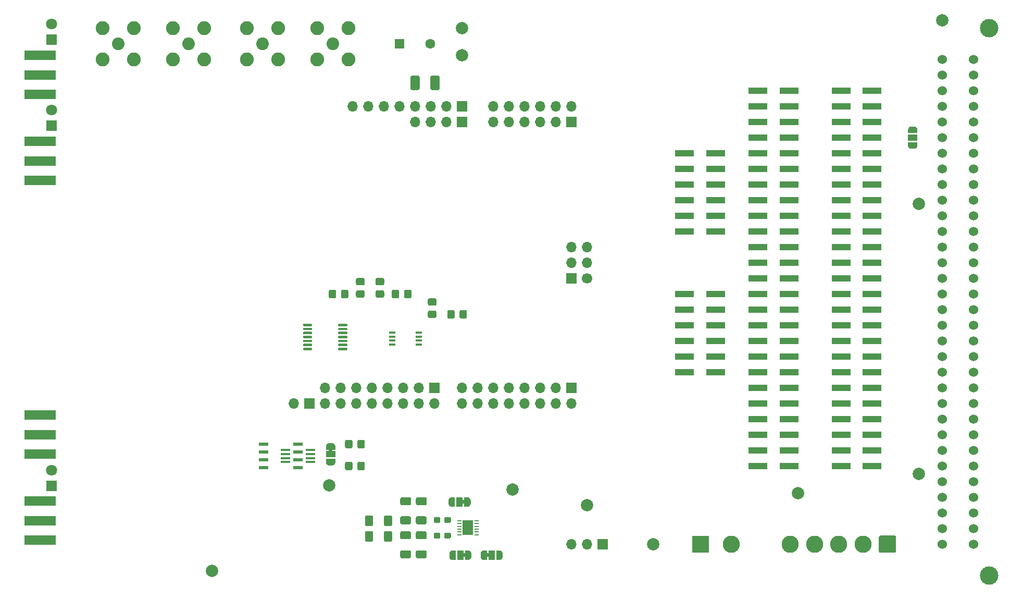
<source format=gts>
G04 #@! TF.GenerationSoftware,KiCad,Pcbnew,5.1.12-84ad8e8a86~92~ubuntu18.04.1*
G04 #@! TF.CreationDate,2025-07-17T12:35:45+02:00*
G04 #@! TF.ProjectId,FPGA_buffer_board,46504741-5f62-4756-9666-65725f626f61,1.1*
G04 #@! TF.SameCoordinates,Original*
G04 #@! TF.FileFunction,Soldermask,Top*
G04 #@! TF.FilePolarity,Negative*
%FSLAX46Y46*%
G04 Gerber Fmt 4.6, Leading zero omitted, Abs format (unit mm)*
G04 Created by KiCad (PCBNEW 5.1.12-84ad8e8a86~92~ubuntu18.04.1) date 2025-07-17 12:35:45*
%MOMM*%
%LPD*%
G01*
G04 APERTURE LIST*
%ADD10C,2.800000*%
%ADD11C,1.800000*%
%ADD12R,1.800000X1.800000*%
%ADD13R,1.520000X0.600000*%
%ADD14R,1.524000X0.450000*%
%ADD15R,1.660000X2.380000*%
%ADD16R,0.700000X0.250000*%
%ADD17O,1.700000X1.700000*%
%ADD18R,1.700000X1.700000*%
%ADD19R,3.150000X1.000000*%
%ADD20C,0.100000*%
%ADD21R,1.000000X1.500000*%
%ADD22R,1.600000X1.600000*%
%ADD23C,1.600000*%
%ADD24R,1.500000X1.000000*%
%ADD25R,5.080000X1.500000*%
%ADD26R,2.800000X2.800000*%
%ADD27C,1.700000*%
%ADD28C,1.524000*%
%ADD29C,3.000000*%
%ADD30C,2.050000*%
%ADD31C,2.250000*%
%ADD32R,1.100000X0.400000*%
%ADD33C,2.000000*%
G04 APERTURE END LIST*
G36*
G01*
X231235000Y-138560400D02*
X231235000Y-140839600D01*
G75*
G02*
X230974600Y-141100000I-260400J0D01*
G01*
X228695400Y-141100000D01*
G75*
G02*
X228435000Y-140839600I0J260400D01*
G01*
X228435000Y-138560400D01*
G75*
G02*
X228695400Y-138300000I260400J0D01*
G01*
X230974600Y-138300000D01*
G75*
G02*
X231235000Y-138560400I0J-260400D01*
G01*
G37*
D10*
X225875000Y-139700000D03*
X221915000Y-139700000D03*
X217955000Y-139700000D03*
X213995000Y-139700000D03*
D11*
X94000000Y-127710000D03*
D12*
X94000000Y-130250000D03*
D11*
X94000000Y-69210000D03*
D12*
X94000000Y-71750000D03*
D11*
X94000000Y-55250000D03*
D12*
X94000000Y-57790000D03*
D13*
X133968000Y-123470000D03*
X133968000Y-124740000D03*
X133968000Y-126010000D03*
X133968000Y-127280000D03*
X128380000Y-127280000D03*
X128380000Y-126010000D03*
X128380000Y-123470000D03*
X128380000Y-124740000D03*
D14*
X136000000Y-126350000D03*
X136000000Y-125700000D03*
X136000000Y-125050000D03*
X136000000Y-124400000D03*
X131936000Y-125700000D03*
X131936000Y-125050000D03*
X131936000Y-126350000D03*
X131936000Y-124400000D03*
D15*
X161610000Y-137030000D03*
D16*
X163010000Y-135905000D03*
X163010000Y-136355000D03*
X163010000Y-136805000D03*
X163010000Y-137255000D03*
X163010000Y-137705000D03*
X163010000Y-138155000D03*
X160210000Y-138155000D03*
X160210000Y-137705000D03*
X160210000Y-137255000D03*
X160210000Y-136805000D03*
X160210000Y-136355000D03*
X160210000Y-135905000D03*
D17*
X165735000Y-68580000D03*
X165735000Y-71120000D03*
X168275000Y-68580000D03*
X168275000Y-71120000D03*
X170815000Y-68580000D03*
X170815000Y-71120000D03*
X173355000Y-68580000D03*
X173355000Y-71120000D03*
X175895000Y-68580000D03*
X175895000Y-71120000D03*
X178435000Y-68580000D03*
D18*
X178435000Y-71120000D03*
D19*
X201900000Y-88900000D03*
X196850000Y-88900000D03*
X201900000Y-86360000D03*
X196850000Y-86360000D03*
X201900000Y-83820000D03*
X196850000Y-83820000D03*
X201900000Y-81280000D03*
X196850000Y-81280000D03*
X201900000Y-78740000D03*
X196850000Y-78740000D03*
X201900000Y-76200000D03*
X196850000Y-76200000D03*
D20*
G36*
X161024000Y-133142000D02*
G01*
X160674000Y-133142000D01*
X160674000Y-132542000D01*
X161024000Y-132542000D01*
X161024000Y-132092000D01*
X161574000Y-132092000D01*
X161574000Y-132092602D01*
X161598534Y-132092602D01*
X161647365Y-132097412D01*
X161695490Y-132106984D01*
X161742445Y-132121228D01*
X161787778Y-132140005D01*
X161831051Y-132163136D01*
X161871850Y-132190396D01*
X161909779Y-132221524D01*
X161944476Y-132256221D01*
X161975604Y-132294150D01*
X162002864Y-132334949D01*
X162025995Y-132378222D01*
X162044772Y-132423555D01*
X162059016Y-132470510D01*
X162068588Y-132518635D01*
X162073398Y-132567466D01*
X162073398Y-132592000D01*
X162074000Y-132592000D01*
X162074000Y-133092000D01*
X162073398Y-133092000D01*
X162073398Y-133116534D01*
X162068588Y-133165365D01*
X162059016Y-133213490D01*
X162044772Y-133260445D01*
X162025995Y-133305778D01*
X162002864Y-133349051D01*
X161975604Y-133389850D01*
X161944476Y-133427779D01*
X161909779Y-133462476D01*
X161871850Y-133493604D01*
X161831051Y-133520864D01*
X161787778Y-133543995D01*
X161742445Y-133562772D01*
X161695490Y-133577016D01*
X161647365Y-133586588D01*
X161598534Y-133591398D01*
X161574000Y-133591398D01*
X161574000Y-133592000D01*
X161024000Y-133592000D01*
X161024000Y-133142000D01*
G37*
G36*
X158974000Y-133591398D02*
G01*
X158949466Y-133591398D01*
X158900635Y-133586588D01*
X158852510Y-133577016D01*
X158805555Y-133562772D01*
X158760222Y-133543995D01*
X158716949Y-133520864D01*
X158676150Y-133493604D01*
X158638221Y-133462476D01*
X158603524Y-133427779D01*
X158572396Y-133389850D01*
X158545136Y-133349051D01*
X158522005Y-133305778D01*
X158503228Y-133260445D01*
X158488984Y-133213490D01*
X158479412Y-133165365D01*
X158474602Y-133116534D01*
X158474602Y-133092000D01*
X158474000Y-133092000D01*
X158474000Y-132592000D01*
X158474602Y-132592000D01*
X158474602Y-132567466D01*
X158479412Y-132518635D01*
X158488984Y-132470510D01*
X158503228Y-132423555D01*
X158522005Y-132378222D01*
X158545136Y-132334949D01*
X158572396Y-132294150D01*
X158603524Y-132256221D01*
X158638221Y-132221524D01*
X158676150Y-132190396D01*
X158716949Y-132163136D01*
X158760222Y-132140005D01*
X158805555Y-132121228D01*
X158852510Y-132106984D01*
X158900635Y-132097412D01*
X158949466Y-132092602D01*
X158974000Y-132092602D01*
X158974000Y-132092000D01*
X159524000Y-132092000D01*
X159524000Y-133592000D01*
X158974000Y-133592000D01*
X158974000Y-133591398D01*
G37*
D21*
X160274000Y-132842000D03*
D22*
X150495000Y-58420000D03*
D23*
X155495000Y-58420000D03*
D21*
X160401000Y-141478000D03*
D20*
G36*
X159101000Y-142227398D02*
G01*
X159076466Y-142227398D01*
X159027635Y-142222588D01*
X158979510Y-142213016D01*
X158932555Y-142198772D01*
X158887222Y-142179995D01*
X158843949Y-142156864D01*
X158803150Y-142129604D01*
X158765221Y-142098476D01*
X158730524Y-142063779D01*
X158699396Y-142025850D01*
X158672136Y-141985051D01*
X158649005Y-141941778D01*
X158630228Y-141896445D01*
X158615984Y-141849490D01*
X158606412Y-141801365D01*
X158601602Y-141752534D01*
X158601602Y-141728000D01*
X158601000Y-141728000D01*
X158601000Y-141228000D01*
X158601602Y-141228000D01*
X158601602Y-141203466D01*
X158606412Y-141154635D01*
X158615984Y-141106510D01*
X158630228Y-141059555D01*
X158649005Y-141014222D01*
X158672136Y-140970949D01*
X158699396Y-140930150D01*
X158730524Y-140892221D01*
X158765221Y-140857524D01*
X158803150Y-140826396D01*
X158843949Y-140799136D01*
X158887222Y-140776005D01*
X158932555Y-140757228D01*
X158979510Y-140742984D01*
X159027635Y-140733412D01*
X159076466Y-140728602D01*
X159101000Y-140728602D01*
X159101000Y-140728000D01*
X159651000Y-140728000D01*
X159651000Y-142228000D01*
X159101000Y-142228000D01*
X159101000Y-142227398D01*
G37*
G36*
X161151000Y-141778000D02*
G01*
X160801000Y-141778000D01*
X160801000Y-141178000D01*
X161151000Y-141178000D01*
X161151000Y-140728000D01*
X161701000Y-140728000D01*
X161701000Y-140728602D01*
X161725534Y-140728602D01*
X161774365Y-140733412D01*
X161822490Y-140742984D01*
X161869445Y-140757228D01*
X161914778Y-140776005D01*
X161958051Y-140799136D01*
X161998850Y-140826396D01*
X162036779Y-140857524D01*
X162071476Y-140892221D01*
X162102604Y-140930150D01*
X162129864Y-140970949D01*
X162152995Y-141014222D01*
X162171772Y-141059555D01*
X162186016Y-141106510D01*
X162195588Y-141154635D01*
X162200398Y-141203466D01*
X162200398Y-141228000D01*
X162201000Y-141228000D01*
X162201000Y-141728000D01*
X162200398Y-141728000D01*
X162200398Y-141752534D01*
X162195588Y-141801365D01*
X162186016Y-141849490D01*
X162171772Y-141896445D01*
X162152995Y-141941778D01*
X162129864Y-141985051D01*
X162102604Y-142025850D01*
X162071476Y-142063779D01*
X162036779Y-142098476D01*
X161998850Y-142129604D01*
X161958051Y-142156864D01*
X161914778Y-142179995D01*
X161869445Y-142198772D01*
X161822490Y-142213016D01*
X161774365Y-142222588D01*
X161725534Y-142227398D01*
X161701000Y-142227398D01*
X161701000Y-142228000D01*
X161151000Y-142228000D01*
X161151000Y-141778000D01*
G37*
G36*
X164731000Y-141178000D02*
G01*
X165081000Y-141178000D01*
X165081000Y-141778000D01*
X164731000Y-141778000D01*
X164731000Y-142228000D01*
X164181000Y-142228000D01*
X164181000Y-142227398D01*
X164156466Y-142227398D01*
X164107635Y-142222588D01*
X164059510Y-142213016D01*
X164012555Y-142198772D01*
X163967222Y-142179995D01*
X163923949Y-142156864D01*
X163883150Y-142129604D01*
X163845221Y-142098476D01*
X163810524Y-142063779D01*
X163779396Y-142025850D01*
X163752136Y-141985051D01*
X163729005Y-141941778D01*
X163710228Y-141896445D01*
X163695984Y-141849490D01*
X163686412Y-141801365D01*
X163681602Y-141752534D01*
X163681602Y-141728000D01*
X163681000Y-141728000D01*
X163681000Y-141228000D01*
X163681602Y-141228000D01*
X163681602Y-141203466D01*
X163686412Y-141154635D01*
X163695984Y-141106510D01*
X163710228Y-141059555D01*
X163729005Y-141014222D01*
X163752136Y-140970949D01*
X163779396Y-140930150D01*
X163810524Y-140892221D01*
X163845221Y-140857524D01*
X163883150Y-140826396D01*
X163923949Y-140799136D01*
X163967222Y-140776005D01*
X164012555Y-140757228D01*
X164059510Y-140742984D01*
X164107635Y-140733412D01*
X164156466Y-140728602D01*
X164181000Y-140728602D01*
X164181000Y-140728000D01*
X164731000Y-140728000D01*
X164731000Y-141178000D01*
G37*
G36*
X166781000Y-140728602D02*
G01*
X166805534Y-140728602D01*
X166854365Y-140733412D01*
X166902490Y-140742984D01*
X166949445Y-140757228D01*
X166994778Y-140776005D01*
X167038051Y-140799136D01*
X167078850Y-140826396D01*
X167116779Y-140857524D01*
X167151476Y-140892221D01*
X167182604Y-140930150D01*
X167209864Y-140970949D01*
X167232995Y-141014222D01*
X167251772Y-141059555D01*
X167266016Y-141106510D01*
X167275588Y-141154635D01*
X167280398Y-141203466D01*
X167280398Y-141228000D01*
X167281000Y-141228000D01*
X167281000Y-141728000D01*
X167280398Y-141728000D01*
X167280398Y-141752534D01*
X167275588Y-141801365D01*
X167266016Y-141849490D01*
X167251772Y-141896445D01*
X167232995Y-141941778D01*
X167209864Y-141985051D01*
X167182604Y-142025850D01*
X167151476Y-142063779D01*
X167116779Y-142098476D01*
X167078850Y-142129604D01*
X167038051Y-142156864D01*
X166994778Y-142179995D01*
X166949445Y-142198772D01*
X166902490Y-142213016D01*
X166854365Y-142222588D01*
X166805534Y-142227398D01*
X166781000Y-142227398D01*
X166781000Y-142228000D01*
X166231000Y-142228000D01*
X166231000Y-140728000D01*
X166781000Y-140728000D01*
X166781000Y-140728602D01*
G37*
D21*
X165481000Y-141478000D03*
D20*
G36*
X139619000Y-124345000D02*
G01*
X139619000Y-124695000D01*
X139019000Y-124695000D01*
X139019000Y-124345000D01*
X138569000Y-124345000D01*
X138569000Y-123795000D01*
X138569602Y-123795000D01*
X138569602Y-123770466D01*
X138574412Y-123721635D01*
X138583984Y-123673510D01*
X138598228Y-123626555D01*
X138617005Y-123581222D01*
X138640136Y-123537949D01*
X138667396Y-123497150D01*
X138698524Y-123459221D01*
X138733221Y-123424524D01*
X138771150Y-123393396D01*
X138811949Y-123366136D01*
X138855222Y-123343005D01*
X138900555Y-123324228D01*
X138947510Y-123309984D01*
X138995635Y-123300412D01*
X139044466Y-123295602D01*
X139069000Y-123295602D01*
X139069000Y-123295000D01*
X139569000Y-123295000D01*
X139569000Y-123295602D01*
X139593534Y-123295602D01*
X139642365Y-123300412D01*
X139690490Y-123309984D01*
X139737445Y-123324228D01*
X139782778Y-123343005D01*
X139826051Y-123366136D01*
X139866850Y-123393396D01*
X139904779Y-123424524D01*
X139939476Y-123459221D01*
X139970604Y-123497150D01*
X139997864Y-123537949D01*
X140020995Y-123581222D01*
X140039772Y-123626555D01*
X140054016Y-123673510D01*
X140063588Y-123721635D01*
X140068398Y-123770466D01*
X140068398Y-123795000D01*
X140069000Y-123795000D01*
X140069000Y-124345000D01*
X139619000Y-124345000D01*
G37*
G36*
X140068398Y-126395000D02*
G01*
X140068398Y-126419534D01*
X140063588Y-126468365D01*
X140054016Y-126516490D01*
X140039772Y-126563445D01*
X140020995Y-126608778D01*
X139997864Y-126652051D01*
X139970604Y-126692850D01*
X139939476Y-126730779D01*
X139904779Y-126765476D01*
X139866850Y-126796604D01*
X139826051Y-126823864D01*
X139782778Y-126846995D01*
X139737445Y-126865772D01*
X139690490Y-126880016D01*
X139642365Y-126889588D01*
X139593534Y-126894398D01*
X139569000Y-126894398D01*
X139569000Y-126895000D01*
X139069000Y-126895000D01*
X139069000Y-126894398D01*
X139044466Y-126894398D01*
X138995635Y-126889588D01*
X138947510Y-126880016D01*
X138900555Y-126865772D01*
X138855222Y-126846995D01*
X138811949Y-126823864D01*
X138771150Y-126796604D01*
X138733221Y-126765476D01*
X138698524Y-126730779D01*
X138667396Y-126692850D01*
X138640136Y-126652051D01*
X138617005Y-126608778D01*
X138598228Y-126563445D01*
X138583984Y-126516490D01*
X138574412Y-126468365D01*
X138569602Y-126419534D01*
X138569602Y-126395000D01*
X138569000Y-126395000D01*
X138569000Y-125845000D01*
X140069000Y-125845000D01*
X140069000Y-126395000D01*
X140068398Y-126395000D01*
G37*
D24*
X139319000Y-125095000D03*
D18*
X183515000Y-139700000D03*
D17*
X180975000Y-139700000D03*
X178435000Y-139700000D03*
G36*
G01*
X152285000Y-65695000D02*
X152285000Y-63845000D01*
G75*
G02*
X152535000Y-63595000I250000J0D01*
G01*
X153535000Y-63595000D01*
G75*
G02*
X153785000Y-63845000I0J-250000D01*
G01*
X153785000Y-65695000D01*
G75*
G02*
X153535000Y-65945000I-250000J0D01*
G01*
X152535000Y-65945000D01*
G75*
G02*
X152285000Y-65695000I0J250000D01*
G01*
G37*
G36*
G01*
X155535000Y-65695000D02*
X155535000Y-63845000D01*
G75*
G02*
X155785000Y-63595000I250000J0D01*
G01*
X156785000Y-63595000D01*
G75*
G02*
X157035000Y-63845000I0J-250000D01*
G01*
X157035000Y-65695000D01*
G75*
G02*
X156785000Y-65945000I-250000J0D01*
G01*
X155785000Y-65945000D01*
G75*
G02*
X155535000Y-65695000I0J250000D01*
G01*
G37*
D19*
X196850000Y-99060000D03*
X201900000Y-99060000D03*
X196850000Y-101600000D03*
X201900000Y-101600000D03*
X196850000Y-104140000D03*
X201900000Y-104140000D03*
X196850000Y-106680000D03*
X201900000Y-106680000D03*
X196850000Y-109220000D03*
X201900000Y-109220000D03*
X196850000Y-111760000D03*
X201900000Y-111760000D03*
D25*
X92075000Y-132715000D03*
X92075000Y-139065000D03*
X92075000Y-135890000D03*
X92075000Y-121920000D03*
X92075000Y-125095000D03*
X92075000Y-118745000D03*
D26*
X199470000Y-139700000D03*
D10*
X204470000Y-139700000D03*
D20*
G36*
X233184602Y-72360000D02*
G01*
X233184602Y-72335466D01*
X233189412Y-72286635D01*
X233198984Y-72238510D01*
X233213228Y-72191555D01*
X233232005Y-72146222D01*
X233255136Y-72102949D01*
X233282396Y-72062150D01*
X233313524Y-72024221D01*
X233348221Y-71989524D01*
X233386150Y-71958396D01*
X233426949Y-71931136D01*
X233470222Y-71908005D01*
X233515555Y-71889228D01*
X233562510Y-71874984D01*
X233610635Y-71865412D01*
X233659466Y-71860602D01*
X233684000Y-71860602D01*
X233684000Y-71860000D01*
X234184000Y-71860000D01*
X234184000Y-71860602D01*
X234208534Y-71860602D01*
X234257365Y-71865412D01*
X234305490Y-71874984D01*
X234352445Y-71889228D01*
X234397778Y-71908005D01*
X234441051Y-71931136D01*
X234481850Y-71958396D01*
X234519779Y-71989524D01*
X234554476Y-72024221D01*
X234585604Y-72062150D01*
X234612864Y-72102949D01*
X234635995Y-72146222D01*
X234654772Y-72191555D01*
X234669016Y-72238510D01*
X234678588Y-72286635D01*
X234683398Y-72335466D01*
X234683398Y-72360000D01*
X234684000Y-72360000D01*
X234684000Y-72910000D01*
X233184000Y-72910000D01*
X233184000Y-72360000D01*
X233184602Y-72360000D01*
G37*
D24*
X233934000Y-73660000D03*
D20*
G36*
X234684000Y-74410000D02*
G01*
X234684000Y-74960000D01*
X234683398Y-74960000D01*
X234683398Y-74984534D01*
X234678588Y-75033365D01*
X234669016Y-75081490D01*
X234654772Y-75128445D01*
X234635995Y-75173778D01*
X234612864Y-75217051D01*
X234585604Y-75257850D01*
X234554476Y-75295779D01*
X234519779Y-75330476D01*
X234481850Y-75361604D01*
X234441051Y-75388864D01*
X234397778Y-75411995D01*
X234352445Y-75430772D01*
X234305490Y-75445016D01*
X234257365Y-75454588D01*
X234208534Y-75459398D01*
X234184000Y-75459398D01*
X234184000Y-75460000D01*
X233684000Y-75460000D01*
X233684000Y-75459398D01*
X233659466Y-75459398D01*
X233610635Y-75454588D01*
X233562510Y-75445016D01*
X233515555Y-75430772D01*
X233470222Y-75411995D01*
X233426949Y-75388864D01*
X233386150Y-75361604D01*
X233348221Y-75330476D01*
X233313524Y-75295779D01*
X233282396Y-75257850D01*
X233255136Y-75217051D01*
X233232005Y-75173778D01*
X233213228Y-75128445D01*
X233198984Y-75081490D01*
X233189412Y-75033365D01*
X233184602Y-74984534D01*
X233184602Y-74960000D01*
X233184000Y-74960000D01*
X233184000Y-74410000D01*
X234684000Y-74410000D01*
G37*
G36*
G01*
X158866000Y-135525500D02*
X158866000Y-136000500D01*
G75*
G02*
X158628500Y-136238000I-237500J0D01*
G01*
X158028500Y-136238000D01*
G75*
G02*
X157791000Y-136000500I0J237500D01*
G01*
X157791000Y-135525500D01*
G75*
G02*
X158028500Y-135288000I237500J0D01*
G01*
X158628500Y-135288000D01*
G75*
G02*
X158866000Y-135525500I0J-237500D01*
G01*
G37*
G36*
G01*
X157141000Y-135525500D02*
X157141000Y-136000500D01*
G75*
G02*
X156903500Y-136238000I-237500J0D01*
G01*
X156303500Y-136238000D01*
G75*
G02*
X156066000Y-136000500I0J237500D01*
G01*
X156066000Y-135525500D01*
G75*
G02*
X156303500Y-135288000I237500J0D01*
G01*
X156903500Y-135288000D01*
G75*
G02*
X157141000Y-135525500I0J-237500D01*
G01*
G37*
G36*
G01*
X157141000Y-138065500D02*
X157141000Y-138540500D01*
G75*
G02*
X156903500Y-138778000I-237500J0D01*
G01*
X156303500Y-138778000D01*
G75*
G02*
X156066000Y-138540500I0J237500D01*
G01*
X156066000Y-138065500D01*
G75*
G02*
X156303500Y-137828000I237500J0D01*
G01*
X156903500Y-137828000D01*
G75*
G02*
X157141000Y-138065500I0J-237500D01*
G01*
G37*
G36*
G01*
X158866000Y-138065500D02*
X158866000Y-138540500D01*
G75*
G02*
X158628500Y-138778000I-237500J0D01*
G01*
X158028500Y-138778000D01*
G75*
G02*
X157791000Y-138540500I0J237500D01*
G01*
X157791000Y-138065500D01*
G75*
G02*
X158028500Y-137828000I237500J0D01*
G01*
X158628500Y-137828000D01*
G75*
G02*
X158866000Y-138065500I0J-237500D01*
G01*
G37*
D19*
X227330000Y-127000000D03*
X222280000Y-127000000D03*
X227330000Y-124460000D03*
X222280000Y-124460000D03*
X227330000Y-121920000D03*
X222280000Y-121920000D03*
X227330000Y-119380000D03*
X222280000Y-119380000D03*
X227330000Y-116840000D03*
X222280000Y-116840000D03*
X227330000Y-114300000D03*
X222280000Y-114300000D03*
X227330000Y-111760000D03*
X222280000Y-111760000D03*
X227330000Y-109220000D03*
X222280000Y-109220000D03*
X227330000Y-106680000D03*
X222280000Y-106680000D03*
X227330000Y-104140000D03*
X222280000Y-104140000D03*
X227330000Y-101600000D03*
X222280000Y-101600000D03*
X227330000Y-99060000D03*
X222280000Y-99060000D03*
X227330000Y-96520000D03*
X222280000Y-96520000D03*
X227330000Y-93980000D03*
X222280000Y-93980000D03*
X227330000Y-91440000D03*
X222280000Y-91440000D03*
X227330000Y-88900000D03*
X222280000Y-88900000D03*
X227330000Y-86360000D03*
X222280000Y-86360000D03*
X227330000Y-83820000D03*
X222280000Y-83820000D03*
X227330000Y-81280000D03*
X222280000Y-81280000D03*
X227330000Y-78740000D03*
X222280000Y-78740000D03*
X227330000Y-76200000D03*
X222280000Y-76200000D03*
X227330000Y-73660000D03*
X222280000Y-73660000D03*
X227330000Y-71120000D03*
X222280000Y-71120000D03*
X227330000Y-68580000D03*
X222280000Y-68580000D03*
X227330000Y-66040000D03*
X222280000Y-66040000D03*
X213838000Y-127000000D03*
X208788000Y-127000000D03*
X213838000Y-124460000D03*
X208788000Y-124460000D03*
X213838000Y-121920000D03*
X208788000Y-121920000D03*
X213838000Y-119380000D03*
X208788000Y-119380000D03*
X213838000Y-116840000D03*
X208788000Y-116840000D03*
X213838000Y-114300000D03*
X208788000Y-114300000D03*
X213838000Y-111760000D03*
X208788000Y-111760000D03*
X213838000Y-109220000D03*
X208788000Y-109220000D03*
X213838000Y-106680000D03*
X208788000Y-106680000D03*
X213838000Y-104140000D03*
X208788000Y-104140000D03*
X213838000Y-101600000D03*
X208788000Y-101600000D03*
X213838000Y-99060000D03*
X208788000Y-99060000D03*
X213838000Y-96520000D03*
X208788000Y-96520000D03*
X213838000Y-93980000D03*
X208788000Y-93980000D03*
X213838000Y-91440000D03*
X208788000Y-91440000D03*
X213838000Y-88900000D03*
X208788000Y-88900000D03*
X213838000Y-86360000D03*
X208788000Y-86360000D03*
X213838000Y-83820000D03*
X208788000Y-83820000D03*
X213838000Y-81280000D03*
X208788000Y-81280000D03*
X213838000Y-78740000D03*
X208788000Y-78740000D03*
X213838000Y-76200000D03*
X208788000Y-76200000D03*
X213838000Y-73660000D03*
X208788000Y-73660000D03*
X213838000Y-71120000D03*
X208788000Y-71120000D03*
X213838000Y-68580000D03*
X208788000Y-68580000D03*
X213838000Y-66040000D03*
X208788000Y-66040000D03*
D27*
X180975000Y-96520000D03*
D18*
X178435000Y-96520000D03*
D17*
X180975000Y-93980000D03*
X178435000Y-93980000D03*
X180975000Y-91440000D03*
X178435000Y-91440000D03*
D28*
X238760000Y-60960000D03*
X238760000Y-63500000D03*
X238760000Y-66040000D03*
X238760000Y-68580000D03*
X238760000Y-71120000D03*
X238760000Y-73660000D03*
X238760000Y-76200000D03*
X238760000Y-78740000D03*
X238760000Y-81280000D03*
X238760000Y-83820000D03*
X238760000Y-86360000D03*
X238760000Y-88900000D03*
X238760000Y-91440000D03*
X238760000Y-93980000D03*
X238760000Y-96520000D03*
X238760000Y-99060000D03*
X238760000Y-101600000D03*
X238760000Y-104140000D03*
X238760000Y-106680000D03*
X238760000Y-109220000D03*
X238760000Y-111760000D03*
X238760000Y-114300000D03*
X238760000Y-116840000D03*
X238760000Y-119380000D03*
X238760000Y-121920000D03*
X238760000Y-124460000D03*
X238760000Y-127000000D03*
X238760000Y-129540000D03*
X238760000Y-132080000D03*
X238760000Y-134620000D03*
X238760000Y-137160000D03*
X238760000Y-139700000D03*
X243840000Y-139700000D03*
X243840000Y-137160000D03*
X243840000Y-134620000D03*
X243840000Y-132080000D03*
X243840000Y-129540000D03*
X243840000Y-127000000D03*
X243840000Y-124460000D03*
X243840000Y-121920000D03*
X243840000Y-119380000D03*
X243840000Y-116840000D03*
X243840000Y-114300000D03*
X243840000Y-111760000D03*
X243840000Y-109220000D03*
X243840000Y-106680000D03*
X243840000Y-104140000D03*
X243840000Y-101600000D03*
X243840000Y-99060000D03*
X243840000Y-96520000D03*
X243840000Y-93980000D03*
X243840000Y-91440000D03*
X243840000Y-88900000D03*
X243840000Y-86360000D03*
X243840000Y-83820000D03*
X243840000Y-81280000D03*
X243840000Y-78740000D03*
X243840000Y-76200000D03*
X243840000Y-73660000D03*
X243840000Y-71120000D03*
X243840000Y-68580000D03*
X243840000Y-66040000D03*
X243840000Y-63500000D03*
X243840000Y-60960000D03*
D29*
X246380000Y-144780000D03*
X246380000Y-55880000D03*
G36*
G01*
X144902500Y-136515001D02*
X144902500Y-135264999D01*
G75*
G02*
X145152499Y-135015000I249999J0D01*
G01*
X145952501Y-135015000D01*
G75*
G02*
X146202500Y-135264999I0J-249999D01*
G01*
X146202500Y-136515001D01*
G75*
G02*
X145952501Y-136765000I-249999J0D01*
G01*
X145152499Y-136765000D01*
G75*
G02*
X144902500Y-136515001I0J249999D01*
G01*
G37*
G36*
G01*
X148002500Y-136515001D02*
X148002500Y-135264999D01*
G75*
G02*
X148252499Y-135015000I249999J0D01*
G01*
X149052501Y-135015000D01*
G75*
G02*
X149302500Y-135264999I0J-249999D01*
G01*
X149302500Y-136515001D01*
G75*
G02*
X149052501Y-136765000I-249999J0D01*
G01*
X148252499Y-136765000D01*
G75*
G02*
X148002500Y-136515001I0J249999D01*
G01*
G37*
G36*
G01*
X148002500Y-139055001D02*
X148002500Y-137804999D01*
G75*
G02*
X148252499Y-137555000I249999J0D01*
G01*
X149052501Y-137555000D01*
G75*
G02*
X149302500Y-137804999I0J-249999D01*
G01*
X149302500Y-139055001D01*
G75*
G02*
X149052501Y-139305000I-249999J0D01*
G01*
X148252499Y-139305000D01*
G75*
G02*
X148002500Y-139055001I0J249999D01*
G01*
G37*
G36*
G01*
X144902500Y-139055001D02*
X144902500Y-137804999D01*
G75*
G02*
X145152499Y-137555000I249999J0D01*
G01*
X145952501Y-137555000D01*
G75*
G02*
X146202500Y-137804999I0J-249999D01*
G01*
X146202500Y-139055001D01*
G75*
G02*
X145952501Y-139305000I-249999J0D01*
G01*
X145152499Y-139305000D01*
G75*
G02*
X144902500Y-139055001I0J249999D01*
G01*
G37*
G36*
G01*
X152136001Y-141990500D02*
X150885999Y-141990500D01*
G75*
G02*
X150636000Y-141740501I0J249999D01*
G01*
X150636000Y-140940499D01*
G75*
G02*
X150885999Y-140690500I249999J0D01*
G01*
X152136001Y-140690500D01*
G75*
G02*
X152386000Y-140940499I0J-249999D01*
G01*
X152386000Y-141740501D01*
G75*
G02*
X152136001Y-141990500I-249999J0D01*
G01*
G37*
G36*
G01*
X152136001Y-138890500D02*
X150885999Y-138890500D01*
G75*
G02*
X150636000Y-138640501I0J249999D01*
G01*
X150636000Y-137840499D01*
G75*
G02*
X150885999Y-137590500I249999J0D01*
G01*
X152136001Y-137590500D01*
G75*
G02*
X152386000Y-137840499I0J-249999D01*
G01*
X152386000Y-138640501D01*
G75*
G02*
X152136001Y-138890500I-249999J0D01*
G01*
G37*
G36*
G01*
X154676001Y-141990500D02*
X153425999Y-141990500D01*
G75*
G02*
X153176000Y-141740501I0J249999D01*
G01*
X153176000Y-140940499D01*
G75*
G02*
X153425999Y-140690500I249999J0D01*
G01*
X154676001Y-140690500D01*
G75*
G02*
X154926000Y-140940499I0J-249999D01*
G01*
X154926000Y-141740501D01*
G75*
G02*
X154676001Y-141990500I-249999J0D01*
G01*
G37*
G36*
G01*
X154676001Y-138890500D02*
X153425999Y-138890500D01*
G75*
G02*
X153176000Y-138640501I0J249999D01*
G01*
X153176000Y-137840499D01*
G75*
G02*
X153425999Y-137590500I249999J0D01*
G01*
X154676001Y-137590500D01*
G75*
G02*
X154926000Y-137840499I0J-249999D01*
G01*
X154926000Y-138640501D01*
G75*
G02*
X154676001Y-138890500I-249999J0D01*
G01*
G37*
G36*
G01*
X153425999Y-135175500D02*
X154676001Y-135175500D01*
G75*
G02*
X154926000Y-135425499I0J-249999D01*
G01*
X154926000Y-136225501D01*
G75*
G02*
X154676001Y-136475500I-249999J0D01*
G01*
X153425999Y-136475500D01*
G75*
G02*
X153176000Y-136225501I0J249999D01*
G01*
X153176000Y-135425499D01*
G75*
G02*
X153425999Y-135175500I249999J0D01*
G01*
G37*
G36*
G01*
X153425999Y-132075500D02*
X154676001Y-132075500D01*
G75*
G02*
X154926000Y-132325499I0J-249999D01*
G01*
X154926000Y-133125501D01*
G75*
G02*
X154676001Y-133375500I-249999J0D01*
G01*
X153425999Y-133375500D01*
G75*
G02*
X153176000Y-133125501I0J249999D01*
G01*
X153176000Y-132325499D01*
G75*
G02*
X153425999Y-132075500I249999J0D01*
G01*
G37*
G36*
G01*
X150885999Y-135175500D02*
X152136001Y-135175500D01*
G75*
G02*
X152386000Y-135425499I0J-249999D01*
G01*
X152386000Y-136225501D01*
G75*
G02*
X152136001Y-136475500I-249999J0D01*
G01*
X150885999Y-136475500D01*
G75*
G02*
X150636000Y-136225501I0J249999D01*
G01*
X150636000Y-135425499D01*
G75*
G02*
X150885999Y-135175500I249999J0D01*
G01*
G37*
G36*
G01*
X150885999Y-132075500D02*
X152136001Y-132075500D01*
G75*
G02*
X152386000Y-132325499I0J-249999D01*
G01*
X152386000Y-133125501D01*
G75*
G02*
X152136001Y-133375500I-249999J0D01*
G01*
X150885999Y-133375500D01*
G75*
G02*
X150636000Y-133125501I0J249999D01*
G01*
X150636000Y-132325499D01*
G75*
G02*
X150885999Y-132075500I249999J0D01*
G01*
G37*
G36*
G01*
X143665000Y-127450001D02*
X143665000Y-126549999D01*
G75*
G02*
X143914999Y-126300000I249999J0D01*
G01*
X144615001Y-126300000D01*
G75*
G02*
X144865000Y-126549999I0J-249999D01*
G01*
X144865000Y-127450001D01*
G75*
G02*
X144615001Y-127700000I-249999J0D01*
G01*
X143914999Y-127700000D01*
G75*
G02*
X143665000Y-127450001I0J249999D01*
G01*
G37*
G36*
G01*
X141665000Y-127450001D02*
X141665000Y-126549999D01*
G75*
G02*
X141914999Y-126300000I249999J0D01*
G01*
X142615001Y-126300000D01*
G75*
G02*
X142865000Y-126549999I0J-249999D01*
G01*
X142865000Y-127450001D01*
G75*
G02*
X142615001Y-127700000I-249999J0D01*
G01*
X141914999Y-127700000D01*
G75*
G02*
X141665000Y-127450001I0J249999D01*
G01*
G37*
G36*
G01*
X143665000Y-123894001D02*
X143665000Y-122993999D01*
G75*
G02*
X143914999Y-122744000I249999J0D01*
G01*
X144615001Y-122744000D01*
G75*
G02*
X144865000Y-122993999I0J-249999D01*
G01*
X144865000Y-123894001D01*
G75*
G02*
X144615001Y-124144000I-249999J0D01*
G01*
X143914999Y-124144000D01*
G75*
G02*
X143665000Y-123894001I0J249999D01*
G01*
G37*
G36*
G01*
X141665000Y-123894001D02*
X141665000Y-122993999D01*
G75*
G02*
X141914999Y-122744000I249999J0D01*
G01*
X142615001Y-122744000D01*
G75*
G02*
X142865000Y-122993999I0J-249999D01*
G01*
X142865000Y-123894001D01*
G75*
G02*
X142615001Y-124144000I-249999J0D01*
G01*
X141914999Y-124144000D01*
G75*
G02*
X141665000Y-123894001I0J249999D01*
G01*
G37*
D25*
X92075000Y-60325000D03*
X92075000Y-66675000D03*
X92075000Y-63500000D03*
D30*
X104775000Y-58420000D03*
D31*
X107315000Y-60960000D03*
X107315000Y-55880000D03*
X102235000Y-55880000D03*
X102235000Y-60960000D03*
D30*
X116205000Y-58420000D03*
D31*
X118745000Y-60960000D03*
X118745000Y-55880000D03*
X113665000Y-55880000D03*
X113665000Y-60960000D03*
G36*
G01*
X144595001Y-97660000D02*
X143694999Y-97660000D01*
G75*
G02*
X143445000Y-97410001I0J249999D01*
G01*
X143445000Y-96709999D01*
G75*
G02*
X143694999Y-96460000I249999J0D01*
G01*
X144595001Y-96460000D01*
G75*
G02*
X144845000Y-96709999I0J-249999D01*
G01*
X144845000Y-97410001D01*
G75*
G02*
X144595001Y-97660000I-249999J0D01*
G01*
G37*
G36*
G01*
X144595001Y-99660000D02*
X143694999Y-99660000D01*
G75*
G02*
X143445000Y-99410001I0J249999D01*
G01*
X143445000Y-98709999D01*
G75*
G02*
X143694999Y-98460000I249999J0D01*
G01*
X144595001Y-98460000D01*
G75*
G02*
X144845000Y-98709999I0J-249999D01*
G01*
X144845000Y-99410001D01*
G75*
G02*
X144595001Y-99660000I-249999J0D01*
G01*
G37*
G36*
G01*
X156279001Y-102962000D02*
X155378999Y-102962000D01*
G75*
G02*
X155129000Y-102712001I0J249999D01*
G01*
X155129000Y-102011999D01*
G75*
G02*
X155378999Y-101762000I249999J0D01*
G01*
X156279001Y-101762000D01*
G75*
G02*
X156529000Y-102011999I0J-249999D01*
G01*
X156529000Y-102712001D01*
G75*
G02*
X156279001Y-102962000I-249999J0D01*
G01*
G37*
G36*
G01*
X156279001Y-100962000D02*
X155378999Y-100962000D01*
G75*
G02*
X155129000Y-100712001I0J249999D01*
G01*
X155129000Y-100011999D01*
G75*
G02*
X155378999Y-99762000I249999J0D01*
G01*
X156279001Y-99762000D01*
G75*
G02*
X156529000Y-100011999I0J-249999D01*
G01*
X156529000Y-100712001D01*
G75*
G02*
X156279001Y-100962000I-249999J0D01*
G01*
G37*
G36*
G01*
X147770001Y-99660000D02*
X146869999Y-99660000D01*
G75*
G02*
X146620000Y-99410001I0J249999D01*
G01*
X146620000Y-98709999D01*
G75*
G02*
X146869999Y-98460000I249999J0D01*
G01*
X147770001Y-98460000D01*
G75*
G02*
X148020000Y-98709999I0J-249999D01*
G01*
X148020000Y-99410001D01*
G75*
G02*
X147770001Y-99660000I-249999J0D01*
G01*
G37*
G36*
G01*
X147770001Y-97660000D02*
X146869999Y-97660000D01*
G75*
G02*
X146620000Y-97410001I0J249999D01*
G01*
X146620000Y-96709999D01*
G75*
G02*
X146869999Y-96460000I249999J0D01*
G01*
X147770001Y-96460000D01*
G75*
G02*
X148020000Y-96709999I0J-249999D01*
G01*
X148020000Y-97410001D01*
G75*
G02*
X147770001Y-97660000I-249999J0D01*
G01*
G37*
G36*
G01*
X141005000Y-99510001D02*
X141005000Y-98609999D01*
G75*
G02*
X141254999Y-98360000I249999J0D01*
G01*
X141955001Y-98360000D01*
G75*
G02*
X142205000Y-98609999I0J-249999D01*
G01*
X142205000Y-99510001D01*
G75*
G02*
X141955001Y-99760000I-249999J0D01*
G01*
X141254999Y-99760000D01*
G75*
G02*
X141005000Y-99510001I0J249999D01*
G01*
G37*
G36*
G01*
X139005000Y-99510001D02*
X139005000Y-98609999D01*
G75*
G02*
X139254999Y-98360000I249999J0D01*
G01*
X139955001Y-98360000D01*
G75*
G02*
X140205000Y-98609999I0J-249999D01*
G01*
X140205000Y-99510001D01*
G75*
G02*
X139955001Y-99760000I-249999J0D01*
G01*
X139254999Y-99760000D01*
G75*
G02*
X139005000Y-99510001I0J249999D01*
G01*
G37*
G36*
G01*
X161477000Y-101911999D02*
X161477000Y-102812001D01*
G75*
G02*
X161227001Y-103062000I-249999J0D01*
G01*
X160526999Y-103062000D01*
G75*
G02*
X160277000Y-102812001I0J249999D01*
G01*
X160277000Y-101911999D01*
G75*
G02*
X160526999Y-101662000I249999J0D01*
G01*
X161227001Y-101662000D01*
G75*
G02*
X161477000Y-101911999I0J-249999D01*
G01*
G37*
G36*
G01*
X159477000Y-101911999D02*
X159477000Y-102812001D01*
G75*
G02*
X159227001Y-103062000I-249999J0D01*
G01*
X158526999Y-103062000D01*
G75*
G02*
X158277000Y-102812001I0J249999D01*
G01*
X158277000Y-101911999D01*
G75*
G02*
X158526999Y-101662000I249999J0D01*
G01*
X159227001Y-101662000D01*
G75*
G02*
X159477000Y-101911999I0J-249999D01*
G01*
G37*
G36*
G01*
X150460000Y-98609999D02*
X150460000Y-99510001D01*
G75*
G02*
X150210001Y-99760000I-249999J0D01*
G01*
X149509999Y-99760000D01*
G75*
G02*
X149260000Y-99510001I0J249999D01*
G01*
X149260000Y-98609999D01*
G75*
G02*
X149509999Y-98360000I249999J0D01*
G01*
X150210001Y-98360000D01*
G75*
G02*
X150460000Y-98609999I0J-249999D01*
G01*
G37*
G36*
G01*
X152460000Y-98609999D02*
X152460000Y-99510001D01*
G75*
G02*
X152210001Y-99760000I-249999J0D01*
G01*
X151509999Y-99760000D01*
G75*
G02*
X151260000Y-99510001I0J249999D01*
G01*
X151260000Y-98609999D01*
G75*
G02*
X151509999Y-98360000I249999J0D01*
G01*
X152210001Y-98360000D01*
G75*
G02*
X152460000Y-98609999I0J-249999D01*
G01*
G37*
D30*
X139700000Y-58420000D03*
D31*
X142240000Y-60960000D03*
X142240000Y-55880000D03*
X137160000Y-55880000D03*
X137160000Y-60960000D03*
X125730000Y-60960000D03*
X125730000Y-55880000D03*
X130810000Y-55880000D03*
X130810000Y-60960000D03*
D30*
X128270000Y-58420000D03*
D25*
X92075000Y-74295000D03*
X92075000Y-80645000D03*
X92075000Y-77470000D03*
G36*
G01*
X134830000Y-104195000D02*
X134830000Y-103995000D01*
G75*
G02*
X134930000Y-103895000I100000J0D01*
G01*
X136205000Y-103895000D01*
G75*
G02*
X136305000Y-103995000I0J-100000D01*
G01*
X136305000Y-104195000D01*
G75*
G02*
X136205000Y-104295000I-100000J0D01*
G01*
X134930000Y-104295000D01*
G75*
G02*
X134830000Y-104195000I0J100000D01*
G01*
G37*
G36*
G01*
X134830000Y-104845000D02*
X134830000Y-104645000D01*
G75*
G02*
X134930000Y-104545000I100000J0D01*
G01*
X136205000Y-104545000D01*
G75*
G02*
X136305000Y-104645000I0J-100000D01*
G01*
X136305000Y-104845000D01*
G75*
G02*
X136205000Y-104945000I-100000J0D01*
G01*
X134930000Y-104945000D01*
G75*
G02*
X134830000Y-104845000I0J100000D01*
G01*
G37*
G36*
G01*
X134830000Y-105495000D02*
X134830000Y-105295000D01*
G75*
G02*
X134930000Y-105195000I100000J0D01*
G01*
X136205000Y-105195000D01*
G75*
G02*
X136305000Y-105295000I0J-100000D01*
G01*
X136305000Y-105495000D01*
G75*
G02*
X136205000Y-105595000I-100000J0D01*
G01*
X134930000Y-105595000D01*
G75*
G02*
X134830000Y-105495000I0J100000D01*
G01*
G37*
G36*
G01*
X134830000Y-106145000D02*
X134830000Y-105945000D01*
G75*
G02*
X134930000Y-105845000I100000J0D01*
G01*
X136205000Y-105845000D01*
G75*
G02*
X136305000Y-105945000I0J-100000D01*
G01*
X136305000Y-106145000D01*
G75*
G02*
X136205000Y-106245000I-100000J0D01*
G01*
X134930000Y-106245000D01*
G75*
G02*
X134830000Y-106145000I0J100000D01*
G01*
G37*
G36*
G01*
X134830000Y-106795000D02*
X134830000Y-106595000D01*
G75*
G02*
X134930000Y-106495000I100000J0D01*
G01*
X136205000Y-106495000D01*
G75*
G02*
X136305000Y-106595000I0J-100000D01*
G01*
X136305000Y-106795000D01*
G75*
G02*
X136205000Y-106895000I-100000J0D01*
G01*
X134930000Y-106895000D01*
G75*
G02*
X134830000Y-106795000I0J100000D01*
G01*
G37*
G36*
G01*
X134830000Y-107445000D02*
X134830000Y-107245000D01*
G75*
G02*
X134930000Y-107145000I100000J0D01*
G01*
X136205000Y-107145000D01*
G75*
G02*
X136305000Y-107245000I0J-100000D01*
G01*
X136305000Y-107445000D01*
G75*
G02*
X136205000Y-107545000I-100000J0D01*
G01*
X134930000Y-107545000D01*
G75*
G02*
X134830000Y-107445000I0J100000D01*
G01*
G37*
G36*
G01*
X134830000Y-108095000D02*
X134830000Y-107895000D01*
G75*
G02*
X134930000Y-107795000I100000J0D01*
G01*
X136205000Y-107795000D01*
G75*
G02*
X136305000Y-107895000I0J-100000D01*
G01*
X136305000Y-108095000D01*
G75*
G02*
X136205000Y-108195000I-100000J0D01*
G01*
X134930000Y-108195000D01*
G75*
G02*
X134830000Y-108095000I0J100000D01*
G01*
G37*
G36*
G01*
X140555000Y-108095000D02*
X140555000Y-107895000D01*
G75*
G02*
X140655000Y-107795000I100000J0D01*
G01*
X141930000Y-107795000D01*
G75*
G02*
X142030000Y-107895000I0J-100000D01*
G01*
X142030000Y-108095000D01*
G75*
G02*
X141930000Y-108195000I-100000J0D01*
G01*
X140655000Y-108195000D01*
G75*
G02*
X140555000Y-108095000I0J100000D01*
G01*
G37*
G36*
G01*
X140555000Y-107445000D02*
X140555000Y-107245000D01*
G75*
G02*
X140655000Y-107145000I100000J0D01*
G01*
X141930000Y-107145000D01*
G75*
G02*
X142030000Y-107245000I0J-100000D01*
G01*
X142030000Y-107445000D01*
G75*
G02*
X141930000Y-107545000I-100000J0D01*
G01*
X140655000Y-107545000D01*
G75*
G02*
X140555000Y-107445000I0J100000D01*
G01*
G37*
G36*
G01*
X140555000Y-106795000D02*
X140555000Y-106595000D01*
G75*
G02*
X140655000Y-106495000I100000J0D01*
G01*
X141930000Y-106495000D01*
G75*
G02*
X142030000Y-106595000I0J-100000D01*
G01*
X142030000Y-106795000D01*
G75*
G02*
X141930000Y-106895000I-100000J0D01*
G01*
X140655000Y-106895000D01*
G75*
G02*
X140555000Y-106795000I0J100000D01*
G01*
G37*
G36*
G01*
X140555000Y-106145000D02*
X140555000Y-105945000D01*
G75*
G02*
X140655000Y-105845000I100000J0D01*
G01*
X141930000Y-105845000D01*
G75*
G02*
X142030000Y-105945000I0J-100000D01*
G01*
X142030000Y-106145000D01*
G75*
G02*
X141930000Y-106245000I-100000J0D01*
G01*
X140655000Y-106245000D01*
G75*
G02*
X140555000Y-106145000I0J100000D01*
G01*
G37*
G36*
G01*
X140555000Y-105495000D02*
X140555000Y-105295000D01*
G75*
G02*
X140655000Y-105195000I100000J0D01*
G01*
X141930000Y-105195000D01*
G75*
G02*
X142030000Y-105295000I0J-100000D01*
G01*
X142030000Y-105495000D01*
G75*
G02*
X141930000Y-105595000I-100000J0D01*
G01*
X140655000Y-105595000D01*
G75*
G02*
X140555000Y-105495000I0J100000D01*
G01*
G37*
G36*
G01*
X140555000Y-104845000D02*
X140555000Y-104645000D01*
G75*
G02*
X140655000Y-104545000I100000J0D01*
G01*
X141930000Y-104545000D01*
G75*
G02*
X142030000Y-104645000I0J-100000D01*
G01*
X142030000Y-104845000D01*
G75*
G02*
X141930000Y-104945000I-100000J0D01*
G01*
X140655000Y-104945000D01*
G75*
G02*
X140555000Y-104845000I0J100000D01*
G01*
G37*
G36*
G01*
X140555000Y-104195000D02*
X140555000Y-103995000D01*
G75*
G02*
X140655000Y-103895000I100000J0D01*
G01*
X141930000Y-103895000D01*
G75*
G02*
X142030000Y-103995000I0J-100000D01*
G01*
X142030000Y-104195000D01*
G75*
G02*
X141930000Y-104295000I-100000J0D01*
G01*
X140655000Y-104295000D01*
G75*
G02*
X140555000Y-104195000I0J100000D01*
G01*
G37*
D18*
X135890000Y-116840000D03*
D17*
X133350000Y-116840000D03*
D18*
X160655000Y-68580000D03*
D17*
X158115000Y-68580000D03*
X155575000Y-68580000D03*
X153035000Y-68580000D03*
X150495000Y-68580000D03*
X147955000Y-68580000D03*
X145415000Y-68580000D03*
X142875000Y-68580000D03*
D18*
X160655000Y-71120000D03*
D17*
X158115000Y-71120000D03*
X155575000Y-71120000D03*
X153035000Y-71120000D03*
X138430000Y-116840000D03*
X138430000Y-114300000D03*
X140970000Y-116840000D03*
X140970000Y-114300000D03*
X143510000Y-116840000D03*
X143510000Y-114300000D03*
X146050000Y-116840000D03*
X146050000Y-114300000D03*
X148590000Y-116840000D03*
X148590000Y-114300000D03*
X151130000Y-116840000D03*
X151130000Y-114300000D03*
X153670000Y-116840000D03*
X153670000Y-114300000D03*
X156210000Y-116840000D03*
D18*
X156210000Y-114300000D03*
X178435000Y-114300000D03*
D17*
X178435000Y-116840000D03*
X175895000Y-114300000D03*
X175895000Y-116840000D03*
X173355000Y-114300000D03*
X173355000Y-116840000D03*
X170815000Y-114300000D03*
X170815000Y-116840000D03*
X168275000Y-114300000D03*
X168275000Y-116840000D03*
X165735000Y-114300000D03*
X165735000Y-116840000D03*
X163195000Y-114300000D03*
X163195000Y-116840000D03*
X160655000Y-114300000D03*
X160655000Y-116840000D03*
D32*
X149361000Y-105324000D03*
X149361000Y-105974000D03*
X149361000Y-106624000D03*
X149361000Y-107274000D03*
X153661000Y-107274000D03*
X153661000Y-106624000D03*
X153661000Y-105974000D03*
X153661000Y-105324000D03*
D33*
X191770000Y-139700000D03*
X160655000Y-55880000D03*
X180975000Y-133350000D03*
X238760000Y-54610000D03*
X234950000Y-84455000D03*
X234950000Y-128270000D03*
X215265000Y-131445000D03*
X139065000Y-130175000D03*
X168910000Y-130810000D03*
X120015000Y-144065001D03*
X160655000Y-60325000D03*
M02*

</source>
